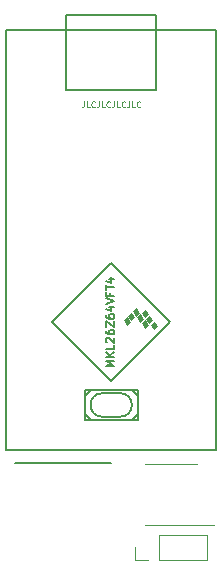
<source format=gbr>
%TF.GenerationSoftware,KiCad,Pcbnew,(6.0.2-0)*%
%TF.CreationDate,2022-03-30T15:17:53-04:00*%
%TF.ProjectId,dream_controller,64726561-6d5f-4636-9f6e-74726f6c6c65,rev?*%
%TF.SameCoordinates,Original*%
%TF.FileFunction,Legend,Top*%
%TF.FilePolarity,Positive*%
%FSLAX46Y46*%
G04 Gerber Fmt 4.6, Leading zero omitted, Abs format (unit mm)*
G04 Created by KiCad (PCBNEW (6.0.2-0)) date 2022-03-30 15:17:53*
%MOMM*%
%LPD*%
G01*
G04 APERTURE LIST*
%ADD10C,0.150000*%
%ADD11C,0.100000*%
%ADD12C,0.120000*%
G04 APERTURE END LIST*
D10*
X134620000Y-121793000D02*
X126492000Y-121793000D01*
D11*
X132310476Y-91166190D02*
X132310476Y-91523333D01*
X132286666Y-91594761D01*
X132239047Y-91642380D01*
X132167619Y-91666190D01*
X132120000Y-91666190D01*
X132786666Y-91666190D02*
X132548571Y-91666190D01*
X132548571Y-91166190D01*
X133239047Y-91618571D02*
X133215238Y-91642380D01*
X133143809Y-91666190D01*
X133096190Y-91666190D01*
X133024761Y-91642380D01*
X132977142Y-91594761D01*
X132953333Y-91547142D01*
X132929523Y-91451904D01*
X132929523Y-91380476D01*
X132953333Y-91285238D01*
X132977142Y-91237619D01*
X133024761Y-91190000D01*
X133096190Y-91166190D01*
X133143809Y-91166190D01*
X133215238Y-91190000D01*
X133239047Y-91213809D01*
X133596190Y-91166190D02*
X133596190Y-91523333D01*
X133572380Y-91594761D01*
X133524761Y-91642380D01*
X133453333Y-91666190D01*
X133405714Y-91666190D01*
X134072380Y-91666190D02*
X133834285Y-91666190D01*
X133834285Y-91166190D01*
X134524761Y-91618571D02*
X134500952Y-91642380D01*
X134429523Y-91666190D01*
X134381904Y-91666190D01*
X134310476Y-91642380D01*
X134262857Y-91594761D01*
X134239047Y-91547142D01*
X134215238Y-91451904D01*
X134215238Y-91380476D01*
X134239047Y-91285238D01*
X134262857Y-91237619D01*
X134310476Y-91190000D01*
X134381904Y-91166190D01*
X134429523Y-91166190D01*
X134500952Y-91190000D01*
X134524761Y-91213809D01*
X134881904Y-91166190D02*
X134881904Y-91523333D01*
X134858095Y-91594761D01*
X134810476Y-91642380D01*
X134739047Y-91666190D01*
X134691428Y-91666190D01*
X135358095Y-91666190D02*
X135120000Y-91666190D01*
X135120000Y-91166190D01*
X135810476Y-91618571D02*
X135786666Y-91642380D01*
X135715238Y-91666190D01*
X135667619Y-91666190D01*
X135596190Y-91642380D01*
X135548571Y-91594761D01*
X135524761Y-91547142D01*
X135500952Y-91451904D01*
X135500952Y-91380476D01*
X135524761Y-91285238D01*
X135548571Y-91237619D01*
X135596190Y-91190000D01*
X135667619Y-91166190D01*
X135715238Y-91166190D01*
X135786666Y-91190000D01*
X135810476Y-91213809D01*
X136167619Y-91166190D02*
X136167619Y-91523333D01*
X136143809Y-91594761D01*
X136096190Y-91642380D01*
X136024761Y-91666190D01*
X135977142Y-91666190D01*
X136643809Y-91666190D02*
X136405714Y-91666190D01*
X136405714Y-91166190D01*
X137096190Y-91618571D02*
X137072380Y-91642380D01*
X137000952Y-91666190D01*
X136953333Y-91666190D01*
X136881904Y-91642380D01*
X136834285Y-91594761D01*
X136810476Y-91547142D01*
X136786666Y-91451904D01*
X136786666Y-91380476D01*
X136810476Y-91285238D01*
X136834285Y-91237619D01*
X136881904Y-91190000D01*
X136953333Y-91166190D01*
X137000952Y-91166190D01*
X137072380Y-91190000D01*
X137096190Y-91213809D01*
D10*
%TO.C,U1*%
X134876666Y-113603333D02*
X134176666Y-113603333D01*
X134676666Y-113370000D01*
X134176666Y-113136666D01*
X134876666Y-113136666D01*
X134876666Y-112803333D02*
X134176666Y-112803333D01*
X134876666Y-112403333D02*
X134476666Y-112703333D01*
X134176666Y-112403333D02*
X134576666Y-112803333D01*
X134876666Y-111770000D02*
X134876666Y-112103333D01*
X134176666Y-112103333D01*
X134243333Y-111570000D02*
X134210000Y-111536666D01*
X134176666Y-111470000D01*
X134176666Y-111303333D01*
X134210000Y-111236666D01*
X134243333Y-111203333D01*
X134310000Y-111170000D01*
X134376666Y-111170000D01*
X134476666Y-111203333D01*
X134876666Y-111603333D01*
X134876666Y-111170000D01*
X134176666Y-110570000D02*
X134176666Y-110703333D01*
X134210000Y-110770000D01*
X134243333Y-110803333D01*
X134343333Y-110870000D01*
X134476666Y-110903333D01*
X134743333Y-110903333D01*
X134810000Y-110870000D01*
X134843333Y-110836666D01*
X134876666Y-110770000D01*
X134876666Y-110636666D01*
X134843333Y-110570000D01*
X134810000Y-110536666D01*
X134743333Y-110503333D01*
X134576666Y-110503333D01*
X134510000Y-110536666D01*
X134476666Y-110570000D01*
X134443333Y-110636666D01*
X134443333Y-110770000D01*
X134476666Y-110836666D01*
X134510000Y-110870000D01*
X134576666Y-110903333D01*
X134176666Y-110270000D02*
X134176666Y-109803333D01*
X134876666Y-110270000D01*
X134876666Y-109803333D01*
X134176666Y-109236666D02*
X134176666Y-109370000D01*
X134210000Y-109436666D01*
X134243333Y-109470000D01*
X134343333Y-109536666D01*
X134476666Y-109570000D01*
X134743333Y-109570000D01*
X134810000Y-109536666D01*
X134843333Y-109503333D01*
X134876666Y-109436666D01*
X134876666Y-109303333D01*
X134843333Y-109236666D01*
X134810000Y-109203333D01*
X134743333Y-109170000D01*
X134576666Y-109170000D01*
X134510000Y-109203333D01*
X134476666Y-109236666D01*
X134443333Y-109303333D01*
X134443333Y-109436666D01*
X134476666Y-109503333D01*
X134510000Y-109536666D01*
X134576666Y-109570000D01*
X134410000Y-108570000D02*
X134876666Y-108570000D01*
X134143333Y-108736666D02*
X134643333Y-108903333D01*
X134643333Y-108470000D01*
X134176666Y-108303333D02*
X134876666Y-108070000D01*
X134176666Y-107836666D01*
X134510000Y-107370000D02*
X134510000Y-107603333D01*
X134876666Y-107603333D02*
X134176666Y-107603333D01*
X134176666Y-107270000D01*
X134176666Y-107103333D02*
X134176666Y-106703333D01*
X134876666Y-106903333D02*
X134176666Y-106903333D01*
X134410000Y-106170000D02*
X134876666Y-106170000D01*
X134143333Y-106336666D02*
X134643333Y-106503333D01*
X134643333Y-106070000D01*
X132370000Y-115570000D02*
X136870000Y-115570000D01*
X130810000Y-83820000D02*
X138430000Y-83820000D01*
X130810000Y-90170000D02*
X130810000Y-85090000D01*
X135370000Y-115870000D02*
X133870000Y-115870000D01*
X136870000Y-118120000D02*
X132370000Y-118110000D01*
X133870000Y-117870000D02*
X135370000Y-117870000D01*
X132370000Y-115570000D02*
X132370000Y-116120000D01*
X125730000Y-85090000D02*
X143510000Y-85090000D01*
X136870000Y-117620000D02*
X136870000Y-116120000D01*
X136870000Y-115570000D02*
X136870000Y-118110000D01*
X132370000Y-118110000D02*
X132370000Y-115570000D01*
X134620000Y-114870000D02*
X139620000Y-109870000D01*
X134620000Y-104870000D02*
X129620000Y-109870000D01*
X139620000Y-109870000D02*
X134620000Y-104870000D01*
X129620000Y-109870000D02*
X134620000Y-114870000D01*
X136370000Y-118120000D02*
X136870000Y-117620000D01*
X132870000Y-118120000D02*
X132370000Y-117620000D01*
X143510000Y-120650000D02*
X125730000Y-120650000D01*
X143510000Y-85090000D02*
X143510000Y-120650000D01*
X125730000Y-120650000D02*
X125730000Y-85090000D01*
X136370000Y-115620000D02*
X136870000Y-116120000D01*
X130810000Y-90170000D02*
X138430000Y-90170000D01*
X130810000Y-85090000D02*
X130810000Y-83820000D01*
X132370000Y-116120000D02*
X132870000Y-115620000D01*
X138430000Y-83820000D02*
X138430000Y-85090000D01*
X138430000Y-90170000D02*
X138430000Y-85090000D01*
X133870000Y-115870000D02*
G75*
G03*
X133870000Y-117870000I0J-1000000D01*
G01*
X135370000Y-117870000D02*
G75*
G03*
X135370000Y-115870000I0J1000000D01*
G01*
D11*
X137580000Y-109565000D02*
X137834000Y-109311000D01*
X137834000Y-109311000D02*
X138088000Y-109692000D01*
X138088000Y-109692000D02*
X137834000Y-109946000D01*
X137834000Y-109946000D02*
X137580000Y-109565000D01*
G36*
X138088000Y-109692000D02*
G01*
X137834000Y-109946000D01*
X137580000Y-109565000D01*
X137834000Y-109311000D01*
X138088000Y-109692000D01*
G37*
X138088000Y-109692000D02*
X137834000Y-109946000D01*
X137580000Y-109565000D01*
X137834000Y-109311000D01*
X138088000Y-109692000D01*
X136056000Y-109311000D02*
X136310000Y-109057000D01*
X136310000Y-109057000D02*
X136564000Y-109438000D01*
X136564000Y-109438000D02*
X136310000Y-109692000D01*
X136310000Y-109692000D02*
X136056000Y-109311000D01*
G36*
X136564000Y-109438000D02*
G01*
X136310000Y-109692000D01*
X136056000Y-109311000D01*
X136310000Y-109057000D01*
X136564000Y-109438000D01*
G37*
X136564000Y-109438000D02*
X136310000Y-109692000D01*
X136056000Y-109311000D01*
X136310000Y-109057000D01*
X136564000Y-109438000D01*
X135675000Y-109692000D02*
X135929000Y-109438000D01*
X135929000Y-109438000D02*
X136183000Y-109819000D01*
X136183000Y-109819000D02*
X135929000Y-110073000D01*
X135929000Y-110073000D02*
X135675000Y-109692000D01*
G36*
X136183000Y-109819000D02*
G01*
X135929000Y-110073000D01*
X135675000Y-109692000D01*
X135929000Y-109438000D01*
X136183000Y-109819000D01*
G37*
X136183000Y-109819000D02*
X135929000Y-110073000D01*
X135675000Y-109692000D01*
X135929000Y-109438000D01*
X136183000Y-109819000D01*
X136437000Y-108930000D02*
X136691000Y-108676000D01*
X136691000Y-108676000D02*
X136945000Y-109057000D01*
X136945000Y-109057000D02*
X136691000Y-109311000D01*
X136691000Y-109311000D02*
X136437000Y-108930000D01*
G36*
X136945000Y-109057000D02*
G01*
X136691000Y-109311000D01*
X136437000Y-108930000D01*
X136691000Y-108676000D01*
X136945000Y-109057000D01*
G37*
X136945000Y-109057000D02*
X136691000Y-109311000D01*
X136437000Y-108930000D01*
X136691000Y-108676000D01*
X136945000Y-109057000D01*
X137961000Y-110073000D02*
X138215000Y-109819000D01*
X138215000Y-109819000D02*
X138469000Y-110200000D01*
X138469000Y-110200000D02*
X138215000Y-110454000D01*
X138215000Y-110454000D02*
X137961000Y-110073000D01*
G36*
X138469000Y-110200000D02*
G01*
X138215000Y-110454000D01*
X137961000Y-110073000D01*
X138215000Y-109819000D01*
X138469000Y-110200000D01*
G37*
X138469000Y-110200000D02*
X138215000Y-110454000D01*
X137961000Y-110073000D01*
X138215000Y-109819000D01*
X138469000Y-110200000D01*
X137199000Y-109946000D02*
X137453000Y-109692000D01*
X137453000Y-109692000D02*
X137707000Y-110073000D01*
X137707000Y-110073000D02*
X137453000Y-110327000D01*
X137453000Y-110327000D02*
X137199000Y-109946000D01*
G36*
X137707000Y-110073000D02*
G01*
X137453000Y-110327000D01*
X137199000Y-109946000D01*
X137453000Y-109692000D01*
X137707000Y-110073000D01*
G37*
X137707000Y-110073000D02*
X137453000Y-110327000D01*
X137199000Y-109946000D01*
X137453000Y-109692000D01*
X137707000Y-110073000D01*
X136818000Y-109438000D02*
X137072000Y-109184000D01*
X137072000Y-109184000D02*
X137326000Y-109565000D01*
X137326000Y-109565000D02*
X137072000Y-109819000D01*
X137072000Y-109819000D02*
X136818000Y-109438000D01*
G36*
X137326000Y-109565000D02*
G01*
X137072000Y-109819000D01*
X136818000Y-109438000D01*
X137072000Y-109184000D01*
X137326000Y-109565000D01*
G37*
X137326000Y-109565000D02*
X137072000Y-109819000D01*
X136818000Y-109438000D01*
X137072000Y-109184000D01*
X137326000Y-109565000D01*
X137199000Y-109057000D02*
X137453000Y-108803000D01*
X137453000Y-108803000D02*
X137707000Y-109184000D01*
X137707000Y-109184000D02*
X137453000Y-109438000D01*
X137453000Y-109438000D02*
X137199000Y-109057000D01*
G36*
X137707000Y-109184000D02*
G01*
X137453000Y-109438000D01*
X137199000Y-109057000D01*
X137453000Y-108803000D01*
X137707000Y-109184000D01*
G37*
X137707000Y-109184000D02*
X137453000Y-109438000D01*
X137199000Y-109057000D01*
X137453000Y-108803000D01*
X137707000Y-109184000D01*
D12*
%TO.C,J2*%
X137700000Y-129965000D02*
X136640000Y-129965000D01*
X138700000Y-129965000D02*
X138700000Y-127845000D01*
X136640000Y-129965000D02*
X136640000Y-128905000D01*
X138700000Y-129965000D02*
X142760000Y-129965000D01*
X142760000Y-129965000D02*
X142760000Y-127845000D01*
X138700000Y-127845000D02*
X142760000Y-127845000D01*
%TO.C,U2*%
X139700000Y-127070000D02*
X137500000Y-127070000D01*
X139700000Y-127070000D02*
X143300000Y-127070000D01*
X139700000Y-121850000D02*
X137500000Y-121850000D01*
X139700000Y-121850000D02*
X141900000Y-121850000D01*
%TD*%
M02*

</source>
